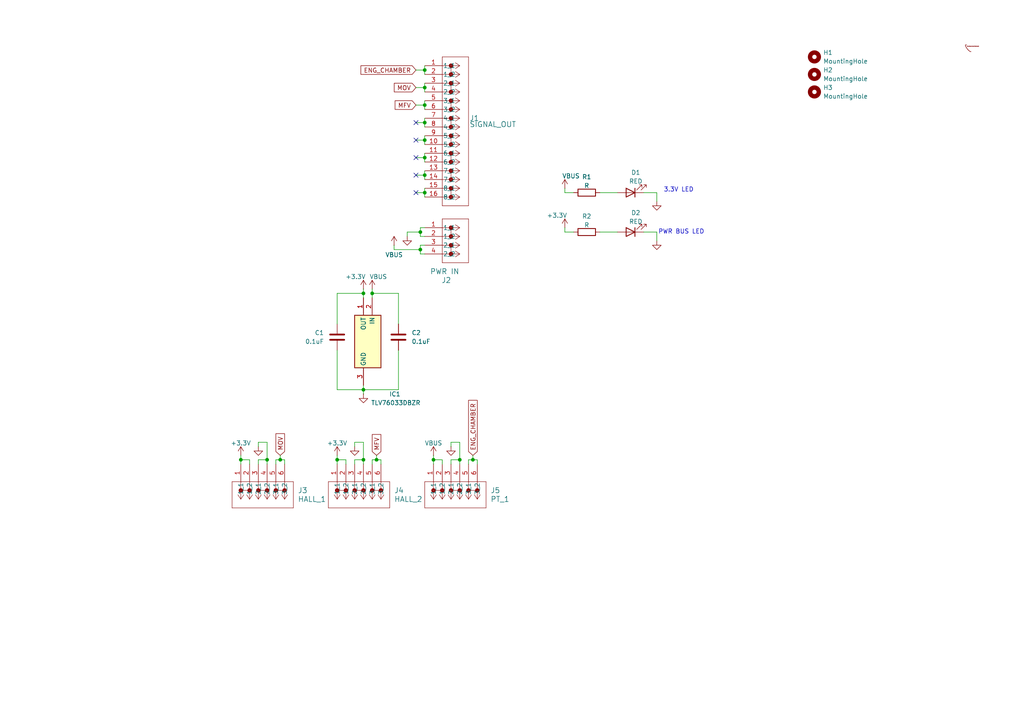
<source format=kicad_sch>
(kicad_sch (version 20231120) (generator "eeschema") (generator_version "8.0")
  (paper "A4")
  (lib_symbols
    (symbol "Device:C" (pin_numbers hide) (pin_names (offset 0.254))
      (property "Reference" "C" (at 0.635 2.54 0))
      (property "Value" "C" (at 0.635 -2.54 0))
      (symbol "C_1_1"
        (pin passive line (at 0 3.81 270) (length 2.794) (name "~") (number "1"))
        (pin passive line (at 0 -3.81 90) (length 2.794) (name "~") (number "2"))
      )
    )
    (symbol "Device:LED" (pin_numbers hide) (pin_names (offset 1.016) hide)
      (property "Reference" "D" (at 0 2.54 0))
      (property "Value" "LED" (at 0 -2.54 0))
      (symbol "LED_1_1"
        (pin passive line (at -3.81 0 0) (length 2.54) (name "K") (number "1"))
        (pin passive line (at 3.81 0 180) (length 2.54) (name "A") (number "2"))
      )
    )
    (symbol "Device:R" (pin_numbers hide) (pin_names (offset 0))
      (property "Reference" "R" (at 2.032 0 90))
      (property "Value" "R" (at 0 0 90))
      (symbol "R_1_1"
        (pin passive line (at 0 3.81 270) (length 1.27) (name "~") (number "1"))
        (pin passive line (at 0 -3.81 90) (length 1.27) (name "~") (number "2"))
      )
    )
    (symbol "Mechanical:MountingHole" (pin_names (offset 1.016)) (exclude_from_sim yes) (in_bom no)
      (property "Reference" "H" (at 0 5.08 0))
      (property "Value" "MountingHole" (at 0 3.175 0))
    )
    (symbol "SDSU RP:LOGO" (pin_names (offset 1.016)))
    (symbol "TLV76033DBZR:TLV76033DBZR"
      (property "Reference" "IC" (at 21.59 7.62 0))
      (property "Value" "TLV76033DBZR" (at 21.59 5.08 0))
      (symbol "TLV76033DBZR_1_1"
        (pin passive line (at 0 0 0) (length 5.08) (name "OUT") (number "1"))
        (pin passive line (at 0 -2.54 0) (length 5.08) (name "IN") (number "2"))
        (pin passive line (at 25.4 0 180) (length 5.08) (name "GND") (number "3"))
      )
    )
    (symbol "Wago_2601_1102:2601-1102" (pin_names (offset 0.254))
      (property "Reference" "J" (at 8.89 6.35 0))
      (property "Value" "2601-1102" (at 0 0 0))
      (symbol "2601-1102_1_1"
        (pin unspecified line (at 0 0 0) (length 5.08) (name "1_1") (number "1"))
        (pin unspecified line (at 0 -2.54 0) (length 5.08) (name "1_2") (number "2"))
        (pin unspecified line (at 0 -5.08 0) (length 5.08) (name "2_1") (number "3"))
        (pin unspecified line (at 0 -7.62 0) (length 5.08) (name "2_2") (number "4"))
      )
    )
    (symbol "Wago_2601_1103:2601-1103" (pin_names (offset 0.254))
      (property "Reference" "J" (at 8.89 6.35 0))
      (property "Value" "2601-1103" (at 0 0 0))
      (symbol "2601-1103_1_1"
        (pin unspecified line (at 0 0 0) (length 5.08) (name "1_1") (number "1"))
        (pin unspecified line (at 0 -2.54 0) (length 5.08) (name "1_2") (number "2"))
        (pin unspecified line (at 0 -5.08 0) (length 5.08) (name "2_1") (number "3"))
        (pin unspecified line (at 0 -7.62 0) (length 5.08) (name "2_2") (number "4"))
        (pin unspecified line (at 0 -10.16 0) (length 5.08) (name "3_1") (number "5"))
        (pin unspecified line (at 0 -12.7 0) (length 5.08) (name "3_2") (number "6"))
      )
    )
    (symbol "Wago_2601_1108:2601-1108" (pin_names (offset 0.254))
      (property "Reference" "J" (at 8.89 6.35 0))
      (property "Value" "2601-1108" (at 0 0 0))
      (symbol "2601-1108_1_1"
        (pin unspecified line (at 0 0 0) (length 5.08) (name "1_1") (number "1"))
        (pin unspecified line (at 0 -22.86 0) (length 5.08) (name "5_2") (number "10"))
        (pin unspecified line (at 0 -25.4 0) (length 5.08) (name "6_1") (number "11"))
        (pin unspecified line (at 0 -27.94 0) (length 5.08) (name "6_2") (number "12"))
        (pin unspecified line (at 0 -30.48 0) (length 5.08) (name "7_1") (number "13"))
        (pin unspecified line (at 0 -33.02 0) (length 5.08) (name "7_2") (number "14"))
        (pin unspecified line (at 0 -35.56 0) (length 5.08) (name "8_1") (number "15"))
        (pin unspecified line (at 0 -38.1 0) (length 5.08) (name "8_2") (number "16"))
        (pin unspecified line (at 0 -2.54 0) (length 5.08) (name "1_2") (number "2"))
        (pin unspecified line (at 0 -5.08 0) (length 5.08) (name "2_1") (number "3"))
        (pin unspecified line (at 0 -7.62 0) (length 5.08) (name "2_2") (number "4"))
        (pin unspecified line (at 0 -10.16 0) (length 5.08) (name "3_1") (number "5"))
        (pin unspecified line (at 0 -12.7 0) (length 5.08) (name "3_2") (number "6"))
        (pin unspecified line (at 0 -15.24 0) (length 5.08) (name "4_1") (number "7"))
        (pin unspecified line (at 0 -17.78 0) (length 5.08) (name "4_2") (number "8"))
        (pin unspecified line (at 0 -20.32 0) (length 5.08) (name "5_1") (number "9"))
      )
    )
    (symbol "power:+3.3V" (power) (pin_numbers hide) (pin_names (offset 0) hide)
      (property "Value" "+3.3V" (at 0 3.556 0))
      (symbol "+3.3V_1_1"
        (pin power_in line (at 0 0 90) (length 0) (name "~") (number "1"))
      )
    )
    (symbol "power:GND" (power) (pin_numbers hide) (pin_names (offset 0) hide)
      (property "Value" "GND" (at 0 -3.81 0))
      (symbol "GND_1_1"
        (pin power_in line (at 0 0 270) (length 0) (name "~") (number "1"))
      )
    )
    (symbol "power:VBUS" (power) (pin_numbers hide) (pin_names (offset 0) hide)
      (property "Value" "VBUS" (at 0 3.556 0))
      (symbol "VBUS_1_1"
        (pin power_in line (at 0 0 90) (length 0) (name "~") (number "1"))
      )
    )
  )
  (junction (at 109.22 133.35))
  (junction (at 133.35 133.35))
  (junction (at 123.19 20.32))
  (junction (at 69.85 133.35))
  (junction (at 123.19 40.64))
  (junction (at 137.16 133.35))
  (junction (at 123.19 55.88))
  (junction (at 105.41 133.35))
  (junction (at 105.41 85.09))
  (junction (at 77.47 133.35))
  (junction (at 123.19 35.56))
  (junction (at 121.92 72.39))
  (junction (at 81.28 133.35))
  (junction (at 123.19 50.8))
  (junction (at 123.19 30.48))
  (junction (at 105.41 113.03))
  (junction (at 123.19 25.4))
  (junction (at 97.79 133.35))
  (junction (at 107.95 85.09))
  (junction (at 121.92 67.31))
  (junction (at 125.73 133.35))
  (junction (at 123.19 45.72))
  (no_connect (at 120.65 35.56))
  (no_connect (at 120.65 55.88))
  (no_connect (at 120.65 50.8))
  (no_connect (at 120.65 45.72))
  (no_connect (at -7.62 213.36))
  (no_connect (at 120.65 40.64))
  (wire (pts (xy 107.95 83.82) (xy 107.95 85.09)))
  (wire (pts (xy 123.19 29.21) (xy 123.19 30.48)))
  (wire (pts (xy 125.73 134.62) (xy 125.73 133.35)))
  (wire (pts (xy 74.93 134.62) (xy 74.93 133.35)))
  (wire (pts (xy 123.19 25.4) (xy 123.19 26.67)))
  (wire (pts (xy 69.85 133.35) (xy 72.39 133.35)))
  (wire (pts (xy 97.79 93.98) (xy 97.79 85.09)))
  (wire (pts (xy 77.47 128.27) (xy 77.47 133.35)))
  (wire (pts (xy 123.19 20.32) (xy 123.19 21.59)))
  (wire (pts (xy 115.57 93.98) (xy 115.57 85.09)))
  (wire (pts (xy 105.41 85.09) (xy 105.41 86.36)))
  (wire (pts (xy 137.16 132.08) (xy 137.16 133.35)))
  (wire (pts (xy 107.95 133.35) (xy 109.22 133.35)))
  (wire (pts (xy 130.81 128.27) (xy 133.35 128.27)))
  (wire (pts (xy 105.41 113.03) (xy 105.41 114.3)))
  (wire (pts (xy 138.43 133.35) (xy 138.43 134.62)))
  (wire (pts (xy 97.79 133.35) (xy 100.33 133.35)))
  (wire (pts (xy 74.93 129.54) (xy 74.93 128.27)))
  (wire (pts (xy 109.22 133.35) (xy 110.49 133.35)))
  (wire (pts (xy 100.33 133.35) (xy 100.33 134.62)))
  (wire (pts (xy 121.92 67.31) (xy 118.11 67.31)))
  (wire (pts (xy 109.22 132.08) (xy 109.22 133.35)))
  (wire (pts (xy 121.92 72.39) (xy 114.3 72.39)))
  (wire (pts (xy 120.65 40.64) (xy 123.19 40.64)))
  (wire (pts (xy 97.79 132.08) (xy 97.79 133.35)))
  (wire (pts (xy 102.87 128.27) (xy 105.41 128.27)))
  (wire (pts (xy 74.93 128.27) (xy 77.47 128.27)))
  (wire (pts (xy 123.19 19.05) (xy 123.19 20.32)))
  (wire (pts (xy 135.89 133.35) (xy 137.16 133.35)))
  (wire (pts (xy 163.83 66.04) (xy 163.83 67.31)))
  (wire (pts (xy 121.92 73.66) (xy 123.19 73.66)))
  (wire (pts (xy 120.65 45.72) (xy 123.19 45.72)))
  (wire (pts (xy 130.81 129.54) (xy 130.81 128.27)))
  (wire (pts (xy 107.95 85.09) (xy 115.57 85.09)))
  (wire (pts (xy 114.3 71.12) (xy 114.3 72.39)))
  (wire (pts (xy 97.79 134.62) (xy 97.79 133.35)))
  (wire (pts (xy 121.92 66.04) (xy 123.19 66.04)))
  (wire (pts (xy 123.19 45.72) (xy 123.19 46.99)))
  (wire (pts (xy 190.5 67.31) (xy 190.5 69.85)))
  (wire (pts (xy 107.95 134.62) (xy 107.95 133.35)))
  (wire (pts (xy 81.28 132.08) (xy 81.28 133.35)))
  (wire (pts (xy 102.87 129.54) (xy 102.87 128.27)))
  (wire (pts (xy 105.41 83.82) (xy 105.41 85.09)))
  (wire (pts (xy 97.79 101.6) (xy 97.79 113.03)))
  (wire (pts (xy 173.99 55.88) (xy 179.07 55.88)))
  (wire (pts (xy 97.79 85.09) (xy 105.41 85.09)))
  (wire (pts (xy 163.83 55.88) (xy 166.37 55.88)))
  (wire (pts (xy 130.81 133.35) (xy 133.35 133.35)))
  (wire (pts (xy 128.27 133.35) (xy 128.27 134.62)))
  (wire (pts (xy 133.35 128.27) (xy 133.35 133.35)))
  (wire (pts (xy 123.19 30.48) (xy 123.19 31.75)))
  (wire (pts (xy 121.92 73.66) (xy 121.92 72.39)))
  (wire (pts (xy 115.57 101.6) (xy 115.57 113.03)))
  (wire (pts (xy 80.01 133.35) (xy 81.28 133.35)))
  (wire (pts (xy 123.19 44.45) (xy 123.19 45.72)))
  (wire (pts (xy 74.93 133.35) (xy 77.47 133.35)))
  (wire (pts (xy 133.35 133.35) (xy 133.35 134.62)))
  (wire (pts (xy 80.01 134.62) (xy 80.01 133.35)))
  (wire (pts (xy 123.19 54.61) (xy 123.19 55.88)))
  (wire (pts (xy 123.19 34.29) (xy 123.19 35.56)))
  (wire (pts (xy 123.19 55.88) (xy 123.19 57.15)))
  (wire (pts (xy 186.69 55.88) (xy 190.5 55.88)))
  (wire (pts (xy 102.87 133.35) (xy 105.41 133.35)))
  (wire (pts (xy 110.49 133.35) (xy 110.49 134.62)))
  (wire (pts (xy 123.19 24.13) (xy 123.19 25.4)))
  (wire (pts (xy 69.85 134.62) (xy 69.85 133.35)))
  (wire (pts (xy 186.69 67.31) (xy 190.5 67.31)))
  (wire (pts (xy 125.73 132.08) (xy 125.73 133.35)))
  (wire (pts (xy 123.19 40.64) (xy 123.19 41.91)))
  (wire (pts (xy 123.19 39.37) (xy 123.19 40.64)))
  (wire (pts (xy 69.85 132.08) (xy 69.85 133.35)))
  (wire (pts (xy 121.92 71.12) (xy 123.19 71.12)))
  (wire (pts (xy 120.65 50.8) (xy 123.19 50.8)))
  (wire (pts (xy 121.92 68.58) (xy 123.19 68.58)))
  (wire (pts (xy 125.73 133.35) (xy 128.27 133.35)))
  (wire (pts (xy 105.41 111.76) (xy 105.41 113.03)))
  (wire (pts (xy 102.87 134.62) (xy 102.87 133.35)))
  (wire (pts (xy 77.47 133.35) (xy 77.47 134.62)))
  (wire (pts (xy 135.89 134.62) (xy 135.89 133.35)))
  (wire (pts (xy 120.65 55.88) (xy 123.19 55.88)))
  (wire (pts (xy 120.65 30.48) (xy 123.19 30.48)))
  (wire (pts (xy 81.28 133.35) (xy 82.55 133.35)))
  (wire (pts (xy 120.65 25.4) (xy 123.19 25.4)))
  (wire (pts (xy 121.92 71.12) (xy 121.92 72.39)))
  (wire (pts (xy 118.11 67.31) (xy 118.11 68.58)))
  (wire (pts (xy 163.83 67.31) (xy 166.37 67.31)))
  (wire (pts (xy 105.41 113.03) (xy 115.57 113.03)))
  (wire (pts (xy 123.19 49.53) (xy 123.19 50.8)))
  (wire (pts (xy 72.39 133.35) (xy 72.39 134.62)))
  (wire (pts (xy 121.92 67.31) (xy 121.92 68.58)))
  (wire (pts (xy 105.41 133.35) (xy 105.41 134.62)))
  (wire (pts (xy 173.99 67.31) (xy 179.07 67.31)))
  (wire (pts (xy 163.83 54.61) (xy 163.83 55.88)))
  (wire (pts (xy 121.92 66.04) (xy 121.92 67.31)))
  (wire (pts (xy 97.79 113.03) (xy 105.41 113.03)))
  (wire (pts (xy 82.55 133.35) (xy 82.55 134.62)))
  (wire (pts (xy 123.19 35.56) (xy 123.19 36.83)))
  (wire (pts (xy 120.65 20.32) (xy 123.19 20.32)))
  (wire (pts (xy 123.19 50.8) (xy 123.19 52.07)))
  (wire (pts (xy 190.5 55.88) (xy 190.5 58.42)))
  (wire (pts (xy 105.41 128.27) (xy 105.41 133.35)))
  (wire (pts (xy 130.81 134.62) (xy 130.81 133.35)))
  (wire (pts (xy 120.65 35.56) (xy 123.19 35.56)))
  (wire (pts (xy 107.95 85.09) (xy 107.95 86.36)))
  (wire (pts (xy 137.16 133.35) (xy 138.43 133.35)))
  (text "PWR BUS LED" (at 197.612 67.31 0) (effects (font (size 1.27 1.27))))
  (text "3.3V LED" (at 196.85 55.118 0) (effects (font (size 1.27 1.27))))
  (global_label "ENG_CHAMBER" (shape input) (at 137.16 132.08 90) (property "Intersheetrefs" "${INTERSHEET_REFS}" (effects (hide yes))))
  (global_label "MOV" (shape input) (at 81.28 132.08 90) (property "Intersheetrefs" "${INTERSHEET_REFS}" (effects (hide yes))))
  (global_label "ENG_CHAMBER" (shape input) (at 120.65 20.32 180) (property "Intersheetrefs" "${INTERSHEET_REFS}" (effects (hide yes))))
  (global_label "MFV" (shape input) (at 109.22 132.08 90) (property "Intersheetrefs" "${INTERSHEET_REFS}" (effects (hide yes))))
  (global_label "MOV" (shape input) (at 120.65 25.4 180) (property "Intersheetrefs" "${INTERSHEET_REFS}" (effects (hide yes))))
  (global_label "MFV" (shape input) (at 120.65 30.48 180) (property "Intersheetrefs" "${INTERSHEET_REFS}" (effects (hide yes))))
  (symbol (lib_id "Wago_2601_1102:2601-1102") (at 123.19 66.04 0) (unit 1)
    (property "Reference" "J2" (at 128.016 81.28 0) (effects (font (size 1.524 1.524)) (justify left)))
    (property "Value" "PWR IN" (at 124.714 78.74 0) (effects (font (size 1.524 1.524)) (justify left)))
    (property "Footprint" "Wago_2601_1102:CONN2_2601-1102_WAG" (effects (hide yes)))
    (property "Datasheet" "2601-1102" (effects (hide yes)))
  )
  (symbol (lib_id "TLV76033DBZR:TLV76033DBZR") (at 105.41 86.36 90) (mirror x) (unit 1)
    (property "Reference" "IC1" (at 114.554 114.3 90))
    (property "Value" "TLV76033DBZR" (at 114.808 116.84 90))
    (property "Footprint" "TLV76033DBZR:SOT95P237X112-3N" (effects (hide yes)))
    (property "Datasheet" "https://www.ti.com/lit/gpn/TLV760" (effects (hide yes)))
    (property "Description" "100-mA, 30-V, low-dropout voltage regulator" (effects (hide yes)))
    (property "Height" "1.12" (effects (hide yes)))
    (property "Mouser Part Number" "595-TLV76033DBZR" (effects (hide yes)))
    (property "Mouser Price/Stock" "https://www.mouser.co.uk/ProductDetail/Texas-Instruments/TLV76033DBZR?qs=HXFqYaX1Q2ypNrzTk0Gsfw%3D%3D" (effects (hide yes)))
    (property "Manufacturer_Name" "Texas Instruments" (effects (hide yes)))
    (property "Manufacturer_Part_Number" "TLV76033DBZR" (effects (hide yes)))
  )
  (symbol (lib_id "Device:LED") (at 182.88 55.88 180) (unit 1)
    (property "Reference" "D1" (at 184.404 50.038 0))
    (property "Value" "RED" (at 184.404 52.578 0))
    (property "Footprint" "LED_SMD:LED_0805_2012Metric" (effects (hide yes)))
    (property "Description" "Light emitting diode" (effects (hide yes)))
  )
  (symbol (lib_id "power:VBUS") (at 107.95 83.82 0) (unit 1)
    (property "Reference" "#PWR08" (effects (hide yes)))
    (property "Value" "VBUS" (at 109.728 80.264 0))
    (property "Description" "Power symbol creates a global label with name \"VBUS\"" (effects (hide yes)))
  )
  (symbol (lib_id "power:VBUS") (at 125.73 132.08 0) (unit 1)
    (property "Reference" "#PWR015" (effects (hide yes)))
    (property "Value" "VBUS" (at 125.73 128.524 0))
    (property "Description" "Power symbol creates a global label with name \"VBUS\"" (effects (hide yes)))
  )
  (symbol (lib_id "Wago_2601_1103:2601-1103") (at 97.79 134.62 90) (mirror x) (unit 1)
    (property "Reference" "J4" (at 114.3 142.2399 90) (effects (font (size 1.524 1.524)) (justify right)))
    (property "Value" "HALL_2" (at 114.3 144.7799 90) (effects (font (size 1.524 1.524)) (justify right)))
    (property "Footprint" "Wago_2601_1103:CONN3_2601-1103_WAG" (effects (hide yes)))
    (property "Datasheet" "2601-1103" (effects (hide yes)))
  )
  (symbol (lib_id "Mechanical:MountingHole") (at 236.22 21.59 0) (unit 1) (exclude_from_sim yes) (in_bom no)
    (property "Reference" "H2" (at 238.76 20.3199 0) (effects (justify left)))
    (property "Value" "MountingHole" (at 238.76 22.8599 0) (effects (justify left)))
    (property "Footprint" "MountingHole:MountingHole_3.2mm_M3" (effects (hide yes)))
    (property "Description" "Mounting Hole without connection" (effects (hide yes)))
  )
  (symbol (lib_id "power:+3.3V") (at 69.85 132.08 0) (unit 1)
    (property "Reference" "#PWR013" (effects (hide yes)))
    (property "Value" "+3.3V" (at 69.85 128.524 0))
    (property "Description" "Power symbol creates a global label with name \"+3.3V\"" (effects (hide yes)))
  )
  (symbol (lib_id "Mechanical:MountingHole") (at 236.22 16.51 0) (unit 1) (exclude_from_sim yes) (in_bom no)
    (property "Reference" "H1" (at 238.76 15.2399 0) (effects (justify left)))
    (property "Value" "MountingHole" (at 238.76 17.7799 0) (effects (justify left)))
    (property "Footprint" "MountingHole:MountingHole_3.2mm_M3" (effects (hide yes)))
    (property "Description" "Mounting Hole without connection" (effects (hide yes)))
  )
  (symbol (lib_id "Wago_2601_1108:2601-1108") (at 123.19 19.05 0) (unit 1)
    (property "Reference" "J1" (at 136.144 34.29 0) (effects (font (size 1.524 1.524)) (justify left)))
    (property "Value" "SIGNAL_OUT" (at 136.144 36.068 0) (effects (font (size 1.524 1.524)) (justify left)))
    (property "Footprint" "Wago_2601_1108:CONN8_2601-1108_WAG" (effects (hide yes)))
    (property "Datasheet" "2601-1108" (effects (hide yes)))
  )
  (symbol (lib_id "power:GND") (at 130.81 129.54 0) (unit 1)
    (property "Reference" "#PWR012" (effects (hide yes)))
    (property "Value" "GND" (effects (hide yes)))
    (property "Description" "Power symbol creates a global label with name \"GND\" , ground" (effects (hide yes)))
  )
  (symbol (lib_id "power:GND") (at 190.5 58.42 0) (unit 1)
    (property "Reference" "#PWR02" (effects (hide yes)))
    (property "Value" "GND" (effects (hide yes)))
    (property "Description" "Power symbol creates a global label with name \"GND\" , ground" (effects (hide yes)))
  )
  (symbol (lib_id "power:+3.3V") (at 105.41 83.82 0) (unit 1)
    (property "Reference" "#PWR07" (effects (hide yes)))
    (property "Value" "+3.3V" (at 103.124 80.264 0))
    (property "Description" "Power symbol creates a global label with name \"+3.3V\"" (effects (hide yes)))
  )
  (symbol (lib_id "Device:R") (at 170.18 67.31 90) (unit 1)
    (property "Reference" "R2" (at 170.18 62.738 90))
    (property "Value" "R" (at 170.18 65.278 90))
    (property "Footprint" "Resistor_SMD:R_0805_2012Metric" (effects (hide yes)))
    (property "Description" "Resistor" (effects (hide yes)))
  )
  (symbol (lib_id "Device:C") (at 115.57 97.79 0) (unit 1)
    (property "Reference" "C2" (at 119.38 96.5199 0) (effects (justify left)))
    (property "Value" "0.1uF" (at 119.38 99.0599 0) (effects (justify left)))
    (property "Footprint" "Capacitor_SMD:C_0805_2012Metric" (effects (hide yes)))
    (property "Description" "Unpolarized capacitor" (effects (hide yes)))
  )
  (symbol (lib_id "power:GND") (at 105.41 114.3 0) (unit 1)
    (property "Reference" "#PWR09" (effects (hide yes)))
    (property "Value" "GND" (effects (hide yes)))
    (property "Description" "Power symbol creates a global label with name \"GND\" , ground" (effects (hide yes)))
  )
  (symbol (lib_id "power:GND") (at 118.11 68.58 0) (mirror y) (unit 1)
    (property "Reference" "#PWR04" (effects (hide yes)))
    (property "Value" "GND" (effects (hide yes)))
    (property "Description" "Power symbol creates a global label with name \"GND\" , ground" (effects (hide yes)))
  )
  (symbol (lib_id "Wago_2601_1103:2601-1103") (at 69.85 134.62 90) (mirror x) (unit 1)
    (property "Reference" "J3" (at 86.36 142.2399 90) (effects (font (size 1.524 1.524)) (justify right)))
    (property "Value" "HALL_1" (at 86.36 144.7799 90) (effects (font (size 1.524 1.524)) (justify right)))
    (property "Footprint" "Wago_2601_1103:CONN3_2601-1103_WAG" (effects (hide yes)))
    (property "Datasheet" "2601-1103" (effects (hide yes)))
  )
  (symbol (lib_id "Device:LED") (at 182.88 67.31 180) (unit 1)
    (property "Reference" "D2" (at 184.404 61.722 0))
    (property "Value" "RED" (at 184.404 64.262 0))
    (property "Footprint" "LED_SMD:LED_0805_2012Metric" (effects (hide yes)))
    (property "Description" "Light emitting diode" (effects (hide yes)))
  )
  (symbol (lib_id "power:VBUS") (at 114.3 71.12 0) (mirror y) (unit 1)
    (property "Reference" "#PWR06" (effects (hide yes)))
    (property "Value" "VBUS" (at 114.3 73.914 0))
    (property "Description" "Power symbol creates a global label with name \"VBUS\"" (effects (hide yes)))
  )
  (symbol (lib_id "Mechanical:MountingHole") (at 236.22 26.67 0) (unit 1) (exclude_from_sim yes) (in_bom no)
    (property "Reference" "H3" (at 238.76 25.3999 0) (effects (justify left)))
    (property "Value" "MountingHole" (at 238.76 27.9399 0) (effects (justify left)))
    (property "Footprint" "MountingHole:MountingHole_3.2mm_M3" (effects (hide yes)))
    (property "Description" "Mounting Hole without connection" (effects (hide yes)))
  )
  (symbol (lib_id "power:GND") (at 74.93 129.54 0) (unit 1)
    (property "Reference" "#PWR010" (effects (hide yes)))
    (property "Value" "GND" (effects (hide yes)))
    (property "Description" "Power symbol creates a global label with name \"GND\" , ground" (effects (hide yes)))
  )
  (symbol (lib_id "power:+3.3V") (at 97.79 132.08 0) (unit 1)
    (property "Reference" "#PWR014" (effects (hide yes)))
    (property "Value" "+3.3V" (at 97.79 128.524 0))
    (property "Description" "Power symbol creates a global label with name \"+3.3V\"" (effects (hide yes)))
  )
  (symbol (lib_id "Device:C") (at 97.79 97.79 0) (mirror y) (unit 1)
    (property "Reference" "C1" (at 93.98 96.5199 0) (effects (justify left)))
    (property "Value" "0.1uF" (at 93.98 99.0599 0) (effects (justify left)))
    (property "Footprint" "Capacitor_SMD:C_0805_2012Metric" (effects (hide yes)))
    (property "Description" "Unpolarized capacitor" (effects (hide yes)))
  )
  (symbol (lib_id "Device:R") (at 170.18 55.88 90) (unit 1)
    (property "Reference" "R1" (at 170.18 51.308 90))
    (property "Value" "R" (at 170.18 53.848 90))
    (property "Footprint" "Resistor_SMD:R_0805_2012Metric" (effects (hide yes)))
    (property "Description" "Resistor" (effects (hide yes)))
  )
  (symbol (lib_id "power:VBUS") (at 163.83 54.61 0) (unit 1)
    (property "Reference" "#PWR01" (effects (hide yes)))
    (property "Value" "VBUS" (at 165.608 51.054 0))
    (property "Description" "Power symbol creates a global label with name \"VBUS\"" (effects (hide yes)))
  )
  (symbol (lib_id "power:+3.3V") (at 163.83 66.04 0) (unit 1)
    (property "Reference" "#PWR03" (effects (hide yes)))
    (property "Value" "+3.3V" (at 161.544 62.484 0))
    (property "Description" "Power symbol creates a global label with name \"+3.3V\"" (effects (hide yes)))
  )
  (symbol (lib_id "power:GND") (at 102.87 129.54 0) (unit 1)
    (property "Reference" "#PWR011" (effects (hide yes)))
    (property "Value" "GND" (effects (hide yes)))
    (property "Description" "Power symbol creates a global label with name \"GND\" , ground" (effects (hide yes)))
  )
  (symbol (lib_id "power:GND") (at 190.5 69.85 0) (unit 1)
    (property "Reference" "#PWR05" (effects (hide yes)))
    (property "Value" "GND" (effects (hide yes)))
    (property "Description" "Power symbol creates a global label with name \"GND\" , ground" (effects (hide yes)))
  )
  (symbol (lib_id "SDSU RP:LOGO") (at 281.94 13.97 0) (unit 1)
    (property "Reference" "#G1" (effects (hide yes)))
    (property "Value" "LOGO" (effects (hide yes)))
    (property "Footprint" "SDSU RP:RP_Logo" (effects (hide yes)))
  )
  (symbol (lib_id "Wago_2601_1103:2601-1103") (at 125.73 134.62 90) (mirror x) (unit 1)
    (property "Reference" "J5" (at 142.24 142.2399 90) (effects (font (size 1.524 1.524)) (justify right)))
    (property "Value" "PT_1" (at 142.24 144.7799 90) (effects (font (size 1.524 1.524)) (justify right)))
    (property "Footprint" "Wago_2601_1103:CONN3_2601-1103_WAG" (effects (hide yes)))
    (property "Datasheet" "2601-1103" (effects (hide yes)))
  )
)
</source>
